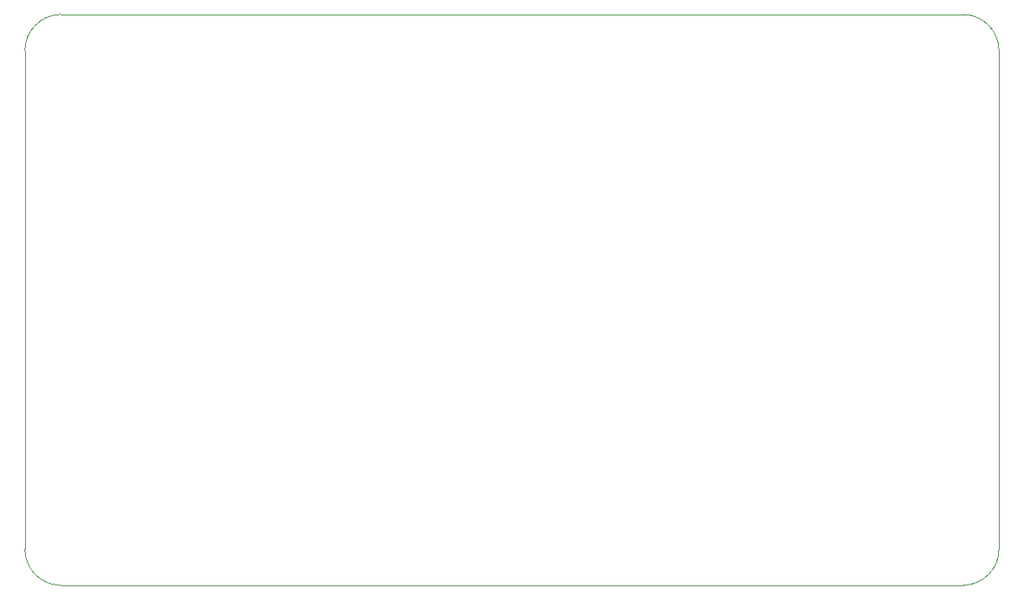
<source format=gm1>
G04 #@! TF.GenerationSoftware,KiCad,Pcbnew,8.0.8*
G04 #@! TF.CreationDate,2025-03-18T19:08:41-04:00*
G04 #@! TF.ProjectId,477,3437372e-6b69-4636-9164-5f7063625858,rev?*
G04 #@! TF.SameCoordinates,Original*
G04 #@! TF.FileFunction,Profile,NP*
%FSLAX46Y46*%
G04 Gerber Fmt 4.6, Leading zero omitted, Abs format (unit mm)*
G04 Created by KiCad (PCBNEW 8.0.8) date 2025-03-18 19:08:41*
%MOMM*%
%LPD*%
G01*
G04 APERTURE LIST*
G04 #@! TA.AperFunction,Profile*
%ADD10C,0.100000*%
G04 #@! TD*
G04 APERTURE END LIST*
D10*
X89350000Y-135300000D02*
G75*
G02*
X85600000Y-131500000I25000J3775000D01*
G01*
X85600000Y-79500000D02*
X85600000Y-131500000D01*
X187250000Y-131500000D02*
G75*
G02*
X183500000Y-135300000I-3775000J-25000D01*
G01*
X183500000Y-75700000D02*
X89350000Y-75700000D01*
X187250000Y-131500000D02*
X187250000Y-79500000D01*
X89350000Y-135300000D02*
X183500000Y-135300000D01*
X183500000Y-75700000D02*
G75*
G02*
X187250000Y-79500000I-25000J-3775000D01*
G01*
X85600000Y-79500000D02*
G75*
G02*
X89350000Y-75700000I3775000J25000D01*
G01*
M02*

</source>
